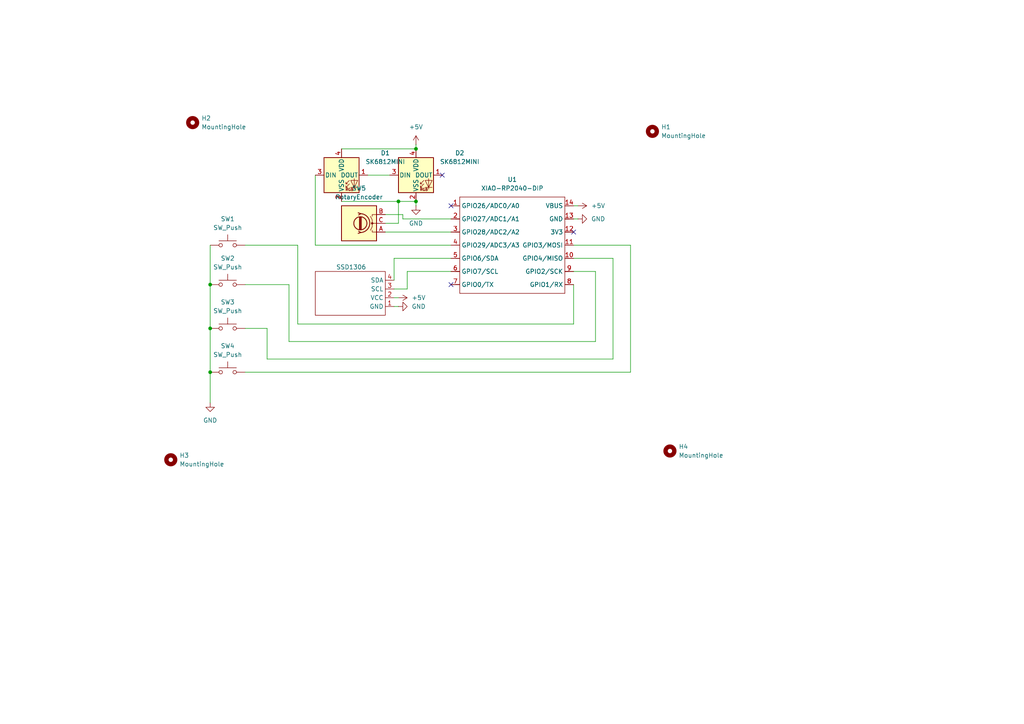
<source format=kicad_sch>
(kicad_sch (version 20250114) (generator "eeschema") (generator_version "9.0")
  (paper "A4")
  (title_block (title "HackPad But Music") (date "2025-12-21") (rev "0.1") (company "by Guilherme Macedo"))
  (lib_symbols
    (symbol "Device:RotaryEncoder" (pin_names (offset 0.254) (hide yes))
      (property "Reference" "SW" (at 0 6.604 0))
      (property "Value" "RotaryEncoder" (at 0 -6.604 0))
      (symbol "RotaryEncoder_0_1"
        (rectangle (start -5.08 5.08) (end 5.08 -5.08) (stroke (width 0.254)) (fill (type background)))
        (polyline (pts (xy -5.08 2.54) (xy -3.81 2.54) (xy -3.81 2.032)))
        (polyline (pts (xy -5.08 0) (xy -3.81 0) (xy -3.81 -1.016) (xy -3.302 -2.032)))
        (polyline (pts (xy -5.08 -2.54) (xy -3.81 -2.54) (xy -3.81 -2.032)))
        (polyline (pts (xy -4.318 0) (xy -3.81 0) (xy -3.81 1.016) (xy -3.302 2.032)))
        (circle (center -3.81 0) (radius 0.254) (fill (type outline)))
        (polyline (pts (xy -0.635 -1.778) (xy -0.635 1.778)) (stroke (width 0.254)))
        (circle (center -0.381 0) (radius 1.905) (stroke (width 0.254)))
        (polyline (pts (xy -0.381 -1.778) (xy -0.381 1.778)) (stroke (width 0.254)))
        (arc (start -0.381 -2.794) (mid -3.0988 -0.0635) (end -0.381 2.667) (stroke (width 0.254)))
        (polyline (pts (xy -0.127 1.778) (xy -0.127 -1.778)) (stroke (width 0.254)))
        (polyline (pts (xy 0.254 2.921) (xy -0.508 2.667) (xy 0.127 2.286)) (stroke (width 0.254)))
        (polyline (pts (xy 0.254 -3.048) (xy -0.508 -2.794) (xy 0.127 -2.413)) (stroke (width 0.254)))
      )
      (symbol "RotaryEncoder_1_1"
        (pin passive line (at -7.62 2.54 0) (length 2.54) (name "A") (number "A"))
        (pin passive line (at -7.62 0 0) (length 2.54) (name "C") (number "C"))
        (pin passive line (at -7.62 -2.54 0) (length 2.54) (name "B") (number "B"))
      )
    )
    (symbol "LED:SK6812MINI" (pin_names (offset 0.254))
      (property "Reference" "D" (at 5.08 5.715 0))
      (property "Value" "SK6812MINI" (at 1.27 -5.715 0))
      (symbol "SK6812MINI_0_0"
        (text "RGB" (at 2.286 -4.191 0) (effects (font (size 0.762 0.762))))
      )
      (symbol "SK6812MINI_0_1"
        (polyline (pts (xy 1.27 -2.54) (xy 1.778 -2.54)))
        (polyline (pts (xy 1.27 -3.556) (xy 1.778 -3.556)))
        (polyline (pts (xy 2.286 -1.524) (xy 1.27 -2.54) (xy 1.27 -2.032)))
        (polyline (pts (xy 2.286 -2.54) (xy 1.27 -3.556) (xy 1.27 -3.048)))
        (polyline (pts (xy 3.683 -1.016) (xy 3.683 -3.556) (xy 3.683 -4.064)))
        (polyline (pts (xy 4.699 -1.524) (xy 2.667 -1.524) (xy 3.683 -3.556) (xy 4.699 -1.524)))
        (polyline (pts (xy 4.699 -3.556) (xy 2.667 -3.556)))
        (rectangle (start 5.08 5.08) (end -5.08 -5.08) (stroke (width 0.254)) (fill (type background)))
      )
      (symbol "SK6812MINI_1_1"
        (pin input line (at -7.62 0 0) (length 2.54) (name "DIN") (number "3"))
        (pin power_in line (at 0 7.62 270) (length 2.54) (name "VDD") (number "4"))
        (pin power_in line (at 0 -7.62 90) (length 2.54) (name "VSS") (number "2"))
        (pin output line (at 7.62 0 180) (length 2.54) (name "DOUT") (number "1"))
      )
    )
    (symbol "Mechanical:MountingHole" (pin_names (offset 1.016)) (in_bom no)
      (property "Reference" "H" (at 0 5.08 0))
      (property "Value" "MountingHole" (at 0 3.175 0))
      (symbol "MountingHole_0_1"
        (circle (center 0 0) (radius 1.27) (stroke (width 1.27)))
      )
    )
    (symbol "Seeed_Studio_XIAO_Series:XIAO-RP2040-DIP"
      (property "Reference" "U" (at 0 0 0))
      (property "Value" "XIAO-RP2040-DIP" (at 5.334 -1.778 0))
      (symbol "XIAO-RP2040-DIP_1_0"
        (polyline (pts (xy -1.27 -2.54) (xy 29.21 -2.54)) (stroke (width 0.1524)))
        (polyline (pts (xy -1.27 -5.08) (xy -2.54 -5.08)) (stroke (width 0.1524)))
        (polyline (pts (xy -1.27 -5.08) (xy -1.27 -2.54)) (stroke (width 0.1524)))
        (polyline (pts (xy -1.27 -8.89) (xy -2.54 -8.89)) (stroke (width 0.1524)))
        (polyline (pts (xy -1.27 -8.89) (xy -1.27 -5.08)) (stroke (width 0.1524)))
        (polyline (pts (xy -1.27 -12.7) (xy -2.54 -12.7)) (stroke (width 0.1524)))
        (polyline (pts (xy -1.27 -12.7) (xy -1.27 -8.89)) (stroke (width 0.1524)))
        (polyline (pts (xy -1.27 -16.51) (xy -2.54 -16.51)) (stroke (width 0.1524)))
        (polyline (pts (xy -1.27 -16.51) (xy -1.27 -12.7)) (stroke (width 0.1524)))
        (polyline (pts (xy -1.27 -20.32) (xy -2.54 -20.32)) (stroke (width 0.1524)))
        (polyline (pts (xy -1.27 -24.13) (xy -2.54 -24.13)) (stroke (width 0.1524)))
        (polyline (pts (xy -1.27 -27.94) (xy -2.54 -27.94)) (stroke (width 0.1524)))
        (polyline (pts (xy -1.27 -30.48) (xy -1.27 -16.51)) (stroke (width 0.1524)))
        (polyline (pts (xy 29.21 -2.54) (xy 29.21 -5.08)) (stroke (width 0.1524)))
        (polyline (pts (xy 29.21 -5.08) (xy 29.21 -8.89)) (stroke (width 0.1524)))
        (polyline (pts (xy 29.21 -8.89) (xy 29.21 -12.7)) (stroke (width 0.1524)))
        (polyline (pts (xy 29.21 -12.7) (xy 29.21 -30.48)) (stroke (width 0.1524)))
        (polyline (pts (xy 29.21 -30.48) (xy -1.27 -30.48)) (stroke (width 0.1524)))
        (polyline (pts (xy 30.48 -5.08) (xy 29.21 -5.08)) (stroke (width 0.1524)))
        (polyline (pts (xy 30.48 -8.89) (xy 29.21 -8.89)) (stroke (width 0.1524)))
        (polyline (pts (xy 30.48 -12.7) (xy 29.21 -12.7)) (stroke (width 0.1524)))
        (polyline (pts (xy 30.48 -16.51) (xy 29.21 -16.51)) (stroke (width 0.1524)))
        (polyline (pts (xy 30.48 -20.32) (xy 29.21 -20.32)) (stroke (width 0.1524)))
        (polyline (pts (xy 30.48 -24.13) (xy 29.21 -24.13)) (stroke (width 0.1524)))
        (polyline (pts (xy 30.48 -27.94) (xy 29.21 -27.94)) (stroke (width 0.1524)))
        (pin passive line (at -3.81 -5.08 0) (length 2.54) (name "GPIO26/ADC0/A0") (number "1"))
        (pin passive line (at -3.81 -8.89 0) (length 2.54) (name "GPIO27/ADC1/A1") (number "2"))
        (pin passive line (at -3.81 -12.7 0) (length 2.54) (name "GPIO28/ADC2/A2") (number "3"))
        (pin passive line (at -3.81 -16.51 0) (length 2.54) (name "GPIO29/ADC3/A3") (number "4"))
        (pin passive line (at -3.81 -20.32 0) (length 2.54) (name "GPIO6/SDA") (number "5"))
        (pin passive line (at -3.81 -24.13 0) (length 2.54) (name "GPIO7/SCL") (number "6"))
        (pin passive line (at -3.81 -27.94 0) (length 2.54) (name "GPIO0/TX") (number "7"))
        (pin passive line (at 31.75 -5.08 180) (length 2.54) (name "VBUS") (number "14"))
        (pin passive line (at 31.75 -8.89 180) (length 2.54) (name "GND") (number "13"))
        (pin passive line (at 31.75 -12.7 180) (length 2.54) (name "3V3") (number "12"))
        (pin passive line (at 31.75 -16.51 180) (length 2.54) (name "GPIO3/MOSI") (number "11"))
        (pin passive line (at 31.75 -20.32 180) (length 2.54) (name "GPIO4/MISO") (number "10"))
        (pin passive line (at 31.75 -24.13 180) (length 2.54) (name "GPIO2/SCK") (number "9"))
        (pin passive line (at 31.75 -27.94 180) (length 2.54) (name "GPIO1/RX") (number "8"))
      )
    )
    (symbol "Switch:SW_Push" (pin_numbers (hide yes)) (pin_names (offset 1.016) (hide yes))
      (property "Reference" "SW" (at 1.27 2.54 0))
      (property "Value" "SW_Push" (at 0 -1.524 0))
      (symbol "SW_Push_0_1"
        (circle (center -2.032 0) (radius 0.508))
        (polyline (pts (xy 0 1.27) (xy 0 3.048)))
        (circle (center 2.032 0) (radius 0.508))
        (polyline (pts (xy 2.54 1.27) (xy -2.54 1.27)))
        (pin passive line (at -5.08 0 0) (length 2.54) (name "1") (number "1"))
        (pin passive line (at 5.08 0 180) (length 2.54) (name "2") (number "2"))
      )
    )
    (symbol "oled:SSD1306"
      (property "Reference" "SSD1306" (at -1.016 0 0))
      (symbol "SSD1306_0_1"
        (rectangle (start -11.43 6.35) (end 8.89 -6.35))
      )
      (symbol "SSD1306_1_1"
        (pin power_in line (at 11.43 3.81 180) (length 2.54) (name "GND") (number "1"))
        (pin power_in line (at 11.43 1.27 180) (length 2.54) (name "VCC") (number "2"))
        (pin bidirectional line (at 11.43 -1.27 180) (length 2.54) (name "SCL") (number "3"))
        (pin bidirectional line (at 11.43 -3.81 180) (length 2.54) (name "SDA") (number "4"))
      )
    )
    (symbol "power:+5V" (power) (pin_numbers (hide yes)) (pin_names (offset 0) (hide yes))
      (property "Value" "+5V" (at 0 3.556 0))
      (symbol "+5V_0_1"
        (polyline (pts (xy -0.762 1.27) (xy 0 2.54)))
        (polyline (pts (xy 0 2.54) (xy 0.762 1.27)))
        (polyline (pts (xy 0 0) (xy 0 2.54)))
      )
      (symbol "+5V_1_1"
        (pin power_in line (at 0 0 90) (length 0) (name "~") (number "1"))
      )
    )
    (symbol "power:GND" (power) (pin_numbers (hide yes)) (pin_names (offset 0) (hide yes))
      (property "Value" "GND" (at 0 -3.81 0))
      (symbol "GND_0_1"
        (polyline (pts (xy 0 0) (xy 0 -1.27) (xy 1.27 -1.27) (xy 0 -2.54) (xy -1.27 -1.27) (xy 0 -1.27)))
      )
      (symbol "GND_1_1"
        (pin power_in line (at 0 0 270) (length 0) (name "~") (number "1"))
      )
    )
  )
  (junction (at 120.65 58.42))
  (junction (at 60.96 82.55))
  (junction (at 115.57 58.42))
  (junction (at 60.96 95.25))
  (junction (at 60.96 107.95))
  (junction (at 120.65 43.18))
  (no_connect (at 128.27 50.8))
  (no_connect (at 130.81 82.55))
  (no_connect (at 130.81 59.69))
  (no_connect (at 166.37 67.31))
  (wire (pts (xy 111.76 67.31) (xy 130.81 67.31)))
  (wire (pts (xy 166.37 78.74) (xy 172.72 78.74)))
  (wire (pts (xy 114.3 86.36) (xy 115.57 86.36)))
  (wire (pts (xy 166.37 93.98) (xy 86.36 93.98)))
  (wire (pts (xy 86.36 71.12) (xy 71.12 71.12)))
  (wire (pts (xy 182.88 71.12) (xy 182.88 107.95)))
  (wire (pts (xy 177.8 104.14) (xy 77.47 104.14)))
  (wire (pts (xy 83.82 99.06) (xy 83.82 82.55)))
  (wire (pts (xy 60.96 95.25) (xy 60.96 107.95)))
  (wire (pts (xy 91.44 71.12) (xy 130.81 71.12)))
  (wire (pts (xy 114.3 83.82) (xy 118.11 83.82)))
  (wire (pts (xy 77.47 95.25) (xy 71.12 95.25)))
  (wire (pts (xy 60.96 82.55) (xy 60.96 95.25)))
  (wire (pts (xy 166.37 59.69) (xy 167.64 59.69)))
  (wire (pts (xy 60.96 71.12) (xy 60.96 82.55)))
  (wire (pts (xy 83.82 82.55) (xy 71.12 82.55)))
  (wire (pts (xy 60.96 107.95) (xy 60.96 116.84)))
  (wire (pts (xy 166.37 71.12) (xy 182.88 71.12)))
  (wire (pts (xy 86.36 93.98) (xy 86.36 71.12)))
  (wire (pts (xy 166.37 82.55) (xy 166.37 93.98)))
  (wire (pts (xy 99.06 43.18) (xy 120.65 43.18)))
  (wire (pts (xy 77.47 104.14) (xy 77.47 95.25)))
  (wire (pts (xy 130.81 74.93) (xy 114.3 74.93)))
  (wire (pts (xy 111.76 64.77) (xy 115.57 64.77)))
  (wire (pts (xy 118.11 78.74) (xy 130.81 78.74)))
  (wire (pts (xy 114.3 74.93) (xy 114.3 81.28)))
  (wire (pts (xy 172.72 99.06) (xy 83.82 99.06)))
  (wire (pts (xy 115.57 58.42) (xy 120.65 58.42)))
  (wire (pts (xy 99.06 58.42) (xy 115.57 58.42)))
  (wire (pts (xy 120.65 58.42) (xy 120.65 59.69)))
  (wire (pts (xy 71.12 107.95) (xy 182.88 107.95)))
  (wire (pts (xy 116.84 62.23) (xy 116.84 63.5)))
  (wire (pts (xy 111.76 62.23) (xy 116.84 62.23)))
  (wire (pts (xy 166.37 74.93) (xy 177.8 74.93)))
  (wire (pts (xy 172.72 78.74) (xy 172.72 99.06)))
  (wire (pts (xy 116.84 63.5) (xy 130.81 63.5)))
  (wire (pts (xy 91.44 50.8) (xy 91.44 71.12)))
  (wire (pts (xy 166.37 63.5) (xy 167.64 63.5)))
  (wire (pts (xy 106.68 50.8) (xy 113.03 50.8)))
  (wire (pts (xy 118.11 83.82) (xy 118.11 78.74)))
  (wire (pts (xy 120.65 41.91) (xy 120.65 43.18)))
  (wire (pts (xy 115.57 64.77) (xy 115.57 58.42)))
  (wire (pts (xy 114.3 88.9) (xy 115.57 88.9)))
  (wire (pts (xy 177.8 74.93) (xy 177.8 104.14)))
  (symbol (lib_id "Mechanical:MountingHole") (at 189.23 38.1 0) (unit 1) (in_bom no)
    (property "Reference" "H1" (at 191.77 36.8299 0) (effects (justify left)))
    (property "Value" "MountingHole" (at 191.77 39.3699 0) (effects (justify left)))
    (property "Footprint" "MountingHole:MountingHole_3.2mm_M3_Pad" (effects (hide yes)))
    (property "Description" "Mounting Hole without connection" (effects (hide yes)))
  )
  (symbol (lib_id "oled:SSD1306") (at 102.87 85.09 0) (mirror x) (unit 1)
    (property "Reference" "SSD1306" (at 101.854 77.47 0))
    (property "Footprint" "SSD1306 OLED:SSD1306_IDINTSEE" (effects (hide yes)))
  )
  (symbol (lib_id "power:GND") (at 167.64 63.5 90) (unit 1)
    (property "Reference" "#PWR06" (effects (hide yes)))
    (property "Value" "GND" (at 171.45 63.4999 90) (effects (justify right)))
    (property "Description" "Power symbol creates a global label with name \"GND\" , ground" (effects (hide yes)))
  )
  (symbol (lib_id "power:+5V") (at 120.65 41.91 0) (unit 1)
    (property "Reference" "#PWR03" (effects (hide yes)))
    (property "Value" "+5V" (at 120.65 36.83 0))
    (property "Description" "Power symbol creates a global label with name \"+5V\"" (effects (hide yes)))
  )
  (symbol (lib_id "Switch:SW_Push") (at 66.04 71.12 0) (unit 1)
    (property "Reference" "SW1" (at 66.04 63.5 0))
    (property "Value" "SW_Push" (at 66.04 66.04 0))
    (property "Footprint" "Button_Switch_Keyboard:SW_Cherry_MX_1.00u_PCB" (effects (hide yes)))
    (property "Description" "Push button switch, generic, two pins" (effects (hide yes)))
  )
  (symbol (lib_id "power:GND") (at 60.96 116.84 0) (unit 1)
    (property "Reference" "#PWR01" (effects (hide yes)))
    (property "Value" "GND" (at 60.96 121.92 0))
    (property "Description" "Power symbol creates a global label with name \"GND\" , ground" (effects (hide yes)))
  )
  (symbol (lib_id "Switch:SW_Push") (at 66.04 95.25 0) (unit 1)
    (property "Reference" "SW3" (at 66.04 87.63 0))
    (property "Value" "SW_Push" (at 66.04 90.17 0))
    (property "Footprint" "Button_Switch_Keyboard:SW_Cherry_MX_1.00u_PCB" (effects (hide yes)))
    (property "Description" "Push button switch, generic, two pins" (effects (hide yes)))
  )
  (symbol (lib_id "Switch:SW_Push") (at 66.04 107.95 0) (unit 1)
    (property "Reference" "SW4" (at 66.04 100.33 0))
    (property "Value" "SW_Push" (at 66.04 102.87 0))
    (property "Footprint" "Button_Switch_Keyboard:SW_Cherry_MX_1.00u_PCB" (effects (hide yes)))
    (property "Description" "Push button switch, generic, two pins" (effects (hide yes)))
  )
  (symbol (lib_id "power:+5V") (at 115.57 86.36 270) (mirror x) (unit 1)
    (property "Reference" "#PWR04" (effects (hide yes)))
    (property "Value" "+5V" (at 119.38 86.3601 90) (effects (justify left)))
    (property "Description" "Power symbol creates a global label with name \"+5V\"" (effects (hide yes)))
  )
  (symbol (lib_id "Switch:SW_Push") (at 66.04 82.55 0) (unit 1)
    (property "Reference" "SW2" (at 66.04 74.93 0))
    (property "Value" "SW_Push" (at 66.04 77.47 0))
    (property "Footprint" "Button_Switch_Keyboard:SW_Cherry_MX_1.00u_PCB" (effects (hide yes)))
    (property "Description" "Push button switch, generic, two pins" (effects (hide yes)))
  )
  (symbol (lib_id "Mechanical:MountingHole") (at 194.31 130.81 0) (unit 1) (in_bom no)
    (property "Reference" "H4" (at 196.85 129.5399 0) (effects (justify left)))
    (property "Value" "MountingHole" (at 196.85 132.0799 0) (effects (justify left)))
    (property "Footprint" "MountingHole:MountingHole_3.2mm_M3_Pad" (effects (hide yes)))
    (property "Description" "Mounting Hole without connection" (effects (hide yes)))
  )
  (symbol (lib_id "power:GND") (at 115.57 88.9 90) (mirror x) (unit 1)
    (property "Reference" "#PWR05" (effects (hide yes)))
    (property "Value" "GND" (at 119.38 88.9001 90) (effects (justify right)))
    (property "Description" "Power symbol creates a global label with name \"GND\" , ground" (effects (hide yes)))
  )
  (symbol (lib_id "Mechanical:MountingHole") (at 49.53 133.35 0) (unit 1) (in_bom no)
    (property "Reference" "H3" (at 52.07 132.0799 0) (effects (justify left)))
    (property "Value" "MountingHole" (at 52.07 134.6199 0) (effects (justify left)))
    (property "Footprint" "MountingHole:MountingHole_3.2mm_M3_Pad" (effects (hide yes)))
    (property "Description" "Mounting Hole without connection" (effects (hide yes)))
  )
  (symbol (lib_id "LED:SK6812MINI") (at 99.06 50.8 0) (unit 1)
    (property "Reference" "D1" (at 111.76 44.3798 0))
    (property "Value" "SK6812MINI" (at 111.76 46.9198 0))
    (property "Footprint" "LED_SMD:LED_SK6812MINI_PLCC4_3.5x3.5mm_P1.75mm" (effects (hide yes)))
    (property "Datasheet" "https://cdn-shop.adafruit.com/product-files/2686/SK6812MINI_REV.01-1-2.pdf" (effects (hide yes)))
    (property "Description" "RGB LED with integrated controller" (effects (hide yes)))
  )
  (symbol (lib_id "Device:RotaryEncoder") (at 104.14 64.77 180) (unit 1)
    (property "Reference" "SW5" (at 104.14 54.61 0))
    (property "Value" "RotaryEncoder" (at 104.14 57.15 0))
    (property "Footprint" "Rotary_Encoder:RotaryEncoder_Alps_EC12E_Vertical_H20mm_CircularMountingHoles" (effects (hide yes)))
    (property "Description" "Rotary encoder, dual channel, incremental quadrate outputs" (effects (hide yes)))
  )
  (symbol (lib_id "power:GND") (at 120.65 59.69 0) (unit 1)
    (property "Reference" "#PWR02" (effects (hide yes)))
    (property "Value" "GND" (at 120.65 64.77 0))
    (property "Description" "Power symbol creates a global label with name \"GND\" , ground" (effects (hide yes)))
  )
  (symbol (lib_id "Seeed_Studio_XIAO_Series:XIAO-RP2040-DIP") (at 134.62 54.61 0) (unit 1)
    (property "Reference" "U1" (at 148.59 52.07 0))
    (property "Value" "XIAO-RP2040-DIP" (at 148.59 54.61 0))
    (property "Footprint" "Seeed Studio XIAO Series Library:XIAO-RP2040-DIP" (effects (hide yes)))
  )
  (symbol (lib_id "LED:SK6812MINI") (at 120.65 50.8 0) (unit 1)
    (property "Reference" "D2" (at 133.35 44.3798 0))
    (property "Value" "SK6812MINI" (at 133.35 46.9198 0))
    (property "Footprint" "LED_SMD:LED_SK6812MINI_PLCC4_3.5x3.5mm_P1.75mm" (effects (hide yes)))
    (property "Datasheet" "https://cdn-shop.adafruit.com/product-files/2686/SK6812MINI_REV.01-1-2.pdf" (effects (hide yes)))
    (property "Description" "RGB LED with integrated controller" (effects (hide yes)))
  )
  (symbol (lib_id "Mechanical:MountingHole") (at 55.88 35.56 0) (unit 1) (in_bom no)
    (property "Reference" "H2" (at 58.42 34.2899 0) (effects (justify left)))
    (property "Value" "MountingHole" (at 58.42 36.8299 0) (effects (justify left)))
    (property "Footprint" "MountingHole:MountingHole_3.2mm_M3_Pad" (effects (hide yes)))
    (property "Description" "Mounting Hole without connection" (effects (hide yes)))
  )
  (symbol (lib_id "power:+5V") (at 167.64 59.69 270) (unit 1)
    (property "Reference" "#PWR07" (effects (hide yes)))
    (property "Value" "+5V" (at 171.45 59.6899 90) (effects (justify left)))
    (property "Description" "Power symbol creates a global label with name \"+5V\"" (effects (hide yes)))
  )
)
</source>
